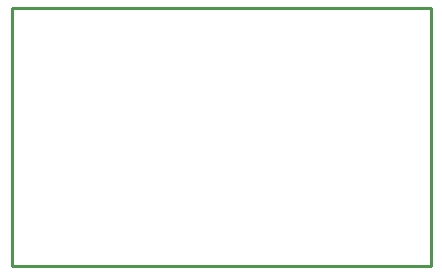
<source format=gm1>
G04*
G04 #@! TF.GenerationSoftware,Altium Limited,Altium Designer,24.3.1 (35)*
G04*
G04 Layer_Color=16711935*
%FSLAX44Y44*%
%MOMM*%
G71*
G04*
G04 #@! TF.SameCoordinates,A55C384A-10D3-4AF3-AD7F-F2B73029A162*
G04*
G04*
G04 #@! TF.FilePolarity,Positive*
G04*
G01*
G75*
%ADD41C,0.2540*%
D41*
X284480Y468630D02*
X638810D01*
Y250190D02*
Y468630D01*
X284480Y250190D02*
X638810D01*
X284480D02*
Y468630D01*
M02*

</source>
